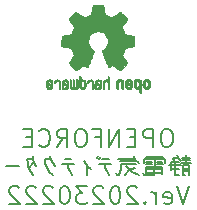
<source format=gbr>
G04 #@! TF.GenerationSoftware,KiCad,Pcbnew,7.0.0-da2b9df05c~163~ubuntu22.04.1*
G04 #@! TF.CreationDate,2023-02-22T18:49:52+09:00*
G04 #@! TF.ProjectId,staticdetector,73746174-6963-4646-9574-6563746f722e,rev?*
G04 #@! TF.SameCoordinates,Original*
G04 #@! TF.FileFunction,Legend,Bot*
G04 #@! TF.FilePolarity,Positive*
%FSLAX46Y46*%
G04 Gerber Fmt 4.6, Leading zero omitted, Abs format (unit mm)*
G04 Created by KiCad (PCBNEW 7.0.0-da2b9df05c~163~ubuntu22.04.1) date 2023-02-22 18:49:52*
%MOMM*%
%LPD*%
G01*
G04 APERTURE LIST*
%ADD10C,0.150000*%
%ADD11C,0.010000*%
G04 APERTURE END LIST*
D10*
X135964285Y-66813571D02*
X135678571Y-66813571D01*
X135678571Y-66813571D02*
X135535714Y-66885000D01*
X135535714Y-66885000D02*
X135392857Y-67027857D01*
X135392857Y-67027857D02*
X135321428Y-67313571D01*
X135321428Y-67313571D02*
X135321428Y-67813571D01*
X135321428Y-67813571D02*
X135392857Y-68099285D01*
X135392857Y-68099285D02*
X135535714Y-68242142D01*
X135535714Y-68242142D02*
X135678571Y-68313571D01*
X135678571Y-68313571D02*
X135964285Y-68313571D01*
X135964285Y-68313571D02*
X136107143Y-68242142D01*
X136107143Y-68242142D02*
X136250000Y-68099285D01*
X136250000Y-68099285D02*
X136321428Y-67813571D01*
X136321428Y-67813571D02*
X136321428Y-67313571D01*
X136321428Y-67313571D02*
X136250000Y-67027857D01*
X136250000Y-67027857D02*
X136107143Y-66885000D01*
X136107143Y-66885000D02*
X135964285Y-66813571D01*
X134678571Y-68313571D02*
X134678571Y-66813571D01*
X134678571Y-66813571D02*
X134107142Y-66813571D01*
X134107142Y-66813571D02*
X133964285Y-66885000D01*
X133964285Y-66885000D02*
X133892856Y-66956428D01*
X133892856Y-66956428D02*
X133821428Y-67099285D01*
X133821428Y-67099285D02*
X133821428Y-67313571D01*
X133821428Y-67313571D02*
X133892856Y-67456428D01*
X133892856Y-67456428D02*
X133964285Y-67527857D01*
X133964285Y-67527857D02*
X134107142Y-67599285D01*
X134107142Y-67599285D02*
X134678571Y-67599285D01*
X133178571Y-67527857D02*
X132678571Y-67527857D01*
X132464285Y-68313571D02*
X133178571Y-68313571D01*
X133178571Y-68313571D02*
X133178571Y-66813571D01*
X133178571Y-66813571D02*
X132464285Y-66813571D01*
X131821428Y-68313571D02*
X131821428Y-66813571D01*
X131821428Y-66813571D02*
X130964285Y-68313571D01*
X130964285Y-68313571D02*
X130964285Y-66813571D01*
X129749999Y-67527857D02*
X130249999Y-67527857D01*
X130249999Y-68313571D02*
X130249999Y-66813571D01*
X130249999Y-66813571D02*
X129535713Y-66813571D01*
X128678570Y-66813571D02*
X128392856Y-66813571D01*
X128392856Y-66813571D02*
X128249999Y-66885000D01*
X128249999Y-66885000D02*
X128107142Y-67027857D01*
X128107142Y-67027857D02*
X128035713Y-67313571D01*
X128035713Y-67313571D02*
X128035713Y-67813571D01*
X128035713Y-67813571D02*
X128107142Y-68099285D01*
X128107142Y-68099285D02*
X128249999Y-68242142D01*
X128249999Y-68242142D02*
X128392856Y-68313571D01*
X128392856Y-68313571D02*
X128678570Y-68313571D01*
X128678570Y-68313571D02*
X128821428Y-68242142D01*
X128821428Y-68242142D02*
X128964285Y-68099285D01*
X128964285Y-68099285D02*
X129035713Y-67813571D01*
X129035713Y-67813571D02*
X129035713Y-67313571D01*
X129035713Y-67313571D02*
X128964285Y-67027857D01*
X128964285Y-67027857D02*
X128821428Y-66885000D01*
X128821428Y-66885000D02*
X128678570Y-66813571D01*
X126535713Y-68313571D02*
X127035713Y-67599285D01*
X127392856Y-68313571D02*
X127392856Y-66813571D01*
X127392856Y-66813571D02*
X126821427Y-66813571D01*
X126821427Y-66813571D02*
X126678570Y-66885000D01*
X126678570Y-66885000D02*
X126607141Y-66956428D01*
X126607141Y-66956428D02*
X126535713Y-67099285D01*
X126535713Y-67099285D02*
X126535713Y-67313571D01*
X126535713Y-67313571D02*
X126607141Y-67456428D01*
X126607141Y-67456428D02*
X126678570Y-67527857D01*
X126678570Y-67527857D02*
X126821427Y-67599285D01*
X126821427Y-67599285D02*
X127392856Y-67599285D01*
X125035713Y-68170714D02*
X125107141Y-68242142D01*
X125107141Y-68242142D02*
X125321427Y-68313571D01*
X125321427Y-68313571D02*
X125464284Y-68313571D01*
X125464284Y-68313571D02*
X125678570Y-68242142D01*
X125678570Y-68242142D02*
X125821427Y-68099285D01*
X125821427Y-68099285D02*
X125892856Y-67956428D01*
X125892856Y-67956428D02*
X125964284Y-67670714D01*
X125964284Y-67670714D02*
X125964284Y-67456428D01*
X125964284Y-67456428D02*
X125892856Y-67170714D01*
X125892856Y-67170714D02*
X125821427Y-67027857D01*
X125821427Y-67027857D02*
X125678570Y-66885000D01*
X125678570Y-66885000D02*
X125464284Y-66813571D01*
X125464284Y-66813571D02*
X125321427Y-66813571D01*
X125321427Y-66813571D02*
X125107141Y-66885000D01*
X125107141Y-66885000D02*
X125035713Y-66956428D01*
X124392856Y-67527857D02*
X123892856Y-67527857D01*
X123678570Y-68313571D02*
X124392856Y-68313571D01*
X124392856Y-68313571D02*
X124392856Y-66813571D01*
X124392856Y-66813571D02*
X123678570Y-66813571D01*
X137821430Y-69243571D02*
X137107144Y-69243571D01*
X137821430Y-69457857D02*
X137107144Y-69457857D01*
X137892858Y-69672142D02*
X137035716Y-69672142D01*
X137035716Y-69886428D02*
X136035716Y-69886428D01*
X137750001Y-70172142D02*
X137178573Y-70172142D01*
X136892858Y-70243571D02*
X136178573Y-70243571D01*
X137750001Y-70386428D02*
X137178573Y-70386428D01*
X136892858Y-70743571D02*
X136607144Y-70743571D01*
X137392858Y-70743571D02*
X137178573Y-70743571D01*
X137750001Y-69886428D02*
X137750001Y-70743571D01*
X137464287Y-69029285D02*
X137464287Y-69672142D01*
X137750001Y-69886428D02*
X137178573Y-69886428D01*
X137178573Y-69886428D02*
X137178573Y-70743571D01*
X136535716Y-69600714D02*
X136535716Y-70743571D01*
X136892858Y-69600714D02*
X136178573Y-69600714D01*
X136178573Y-69600714D02*
X136178573Y-70315000D01*
X136750001Y-69243571D02*
X136321430Y-69243571D01*
X136321430Y-69243571D02*
X136464287Y-69529285D01*
X136750001Y-69243571D02*
X137035716Y-69529285D01*
X136678573Y-69029285D02*
X136821430Y-69386428D01*
X135535715Y-69172142D02*
X134035715Y-69172142D01*
X135464287Y-69600714D02*
X135035715Y-69600714D01*
X134607144Y-69600714D02*
X134107144Y-69600714D01*
X135535715Y-69815000D02*
X135035715Y-69815000D01*
X134607144Y-69815000D02*
X134035715Y-69815000D01*
X135464287Y-70243571D02*
X134035715Y-70243571D01*
X135464287Y-70529285D02*
X134035715Y-70529285D01*
X134750001Y-70743571D02*
X133892858Y-70743571D01*
X135678572Y-69386428D02*
X135678572Y-69672142D01*
X135464287Y-70029285D02*
X135464287Y-70600714D01*
X134821430Y-69172142D02*
X134821430Y-69886428D01*
X134750001Y-70029285D02*
X134750001Y-70743571D01*
X135464287Y-70029285D02*
X134035715Y-70029285D01*
X134035715Y-70029285D02*
X134035715Y-70529285D01*
X135678572Y-69386428D02*
X133892858Y-69386428D01*
X133892858Y-69386428D02*
X133892858Y-69672142D01*
X133821430Y-70529285D02*
X133892858Y-70743571D01*
X133107144Y-69315000D02*
X131678572Y-69315000D01*
X133035715Y-69529285D02*
X131892858Y-69529285D01*
X131821429Y-70743571D02*
X131678572Y-70743571D01*
X132392858Y-69957857D02*
X132892858Y-70457857D01*
X132892858Y-70457857D02*
X133464286Y-70743571D01*
X133035715Y-69100714D02*
X133178572Y-69457857D01*
X133178572Y-69457857D02*
X133464286Y-69672142D01*
X133107144Y-70100714D02*
X132607144Y-70315000D01*
X132607144Y-70315000D02*
X132321429Y-70672142D01*
X133250001Y-69815000D02*
X131964286Y-69815000D01*
X131964286Y-69815000D02*
X131964286Y-70243571D01*
X131964286Y-70243571D02*
X131821429Y-70743571D01*
X131821429Y-70743571D02*
X131607144Y-70743571D01*
X131607144Y-70743571D02*
X131535715Y-70529285D01*
X130250000Y-69172142D02*
X130107143Y-69315000D01*
X130035715Y-69100714D02*
X129892858Y-69243571D01*
X130892858Y-69315000D02*
X130321429Y-69315000D01*
X131107143Y-69743571D02*
X130107143Y-69743571D01*
X130607143Y-69743571D02*
X130607143Y-70100714D01*
X130607143Y-70100714D02*
X130750000Y-70386428D01*
X130750000Y-70386428D02*
X130964286Y-70672142D01*
X129035714Y-69957857D02*
X129035714Y-70672142D01*
X128821429Y-69529285D02*
X128964286Y-69815000D01*
X128964286Y-69815000D02*
X129178571Y-70029285D01*
X129178571Y-70029285D02*
X129392857Y-70172142D01*
X127750000Y-69315000D02*
X127178571Y-69315000D01*
X127964285Y-69743571D02*
X126964285Y-69743571D01*
X127464285Y-69743571D02*
X127464285Y-70100714D01*
X127464285Y-70100714D02*
X127607142Y-70386428D01*
X127607142Y-70386428D02*
X127821428Y-70672142D01*
X125964285Y-69100714D02*
X126035713Y-69457857D01*
X126035713Y-69457857D02*
X126178571Y-69672142D01*
X126178571Y-69672142D02*
X126321428Y-69957857D01*
X125964285Y-69386428D02*
X125535713Y-69386428D01*
X125535713Y-69386428D02*
X125535713Y-69672142D01*
X125535713Y-69672142D02*
X125607142Y-69957857D01*
X125607142Y-69957857D02*
X125749999Y-70243571D01*
X125749999Y-70243571D02*
X125892856Y-70457857D01*
X125892856Y-70457857D02*
X126178571Y-70672142D01*
X124535713Y-69672142D02*
X124178570Y-70100714D01*
X124464284Y-69100714D02*
X124535713Y-69386428D01*
X124535713Y-69386428D02*
X124607142Y-69672142D01*
X124607142Y-69672142D02*
X124749999Y-69957857D01*
X124464284Y-69386428D02*
X123964284Y-69386428D01*
X123964284Y-69386428D02*
X124035713Y-69672142D01*
X124035713Y-69672142D02*
X124107142Y-69957857D01*
X124107142Y-69957857D02*
X124178570Y-70243571D01*
X124178570Y-70243571D02*
X124321427Y-70457857D01*
X124321427Y-70457857D02*
X124535713Y-70672142D01*
X123321427Y-69957857D02*
X122178570Y-69957857D01*
X137678568Y-71673571D02*
X137178568Y-73173571D01*
X137178568Y-73173571D02*
X136678568Y-71673571D01*
X135607140Y-73102142D02*
X135749997Y-73173571D01*
X135749997Y-73173571D02*
X136035712Y-73173571D01*
X136035712Y-73173571D02*
X136178569Y-73102142D01*
X136178569Y-73102142D02*
X136249997Y-72959285D01*
X136249997Y-72959285D02*
X136249997Y-72387857D01*
X136249997Y-72387857D02*
X136178569Y-72245000D01*
X136178569Y-72245000D02*
X136035712Y-72173571D01*
X136035712Y-72173571D02*
X135749997Y-72173571D01*
X135749997Y-72173571D02*
X135607140Y-72245000D01*
X135607140Y-72245000D02*
X135535712Y-72387857D01*
X135535712Y-72387857D02*
X135535712Y-72530714D01*
X135535712Y-72530714D02*
X136249997Y-72673571D01*
X134892855Y-73173571D02*
X134892855Y-72173571D01*
X134892855Y-72459285D02*
X134821426Y-72316428D01*
X134821426Y-72316428D02*
X134749998Y-72245000D01*
X134749998Y-72245000D02*
X134607140Y-72173571D01*
X134607140Y-72173571D02*
X134464283Y-72173571D01*
X133964284Y-73030714D02*
X133892855Y-73102142D01*
X133892855Y-73102142D02*
X133964284Y-73173571D01*
X133964284Y-73173571D02*
X134035712Y-73102142D01*
X134035712Y-73102142D02*
X133964284Y-73030714D01*
X133964284Y-73030714D02*
X133964284Y-73173571D01*
X133321426Y-71816428D02*
X133249998Y-71745000D01*
X133249998Y-71745000D02*
X133107141Y-71673571D01*
X133107141Y-71673571D02*
X132749998Y-71673571D01*
X132749998Y-71673571D02*
X132607141Y-71745000D01*
X132607141Y-71745000D02*
X132535712Y-71816428D01*
X132535712Y-71816428D02*
X132464283Y-71959285D01*
X132464283Y-71959285D02*
X132464283Y-72102142D01*
X132464283Y-72102142D02*
X132535712Y-72316428D01*
X132535712Y-72316428D02*
X133392855Y-73173571D01*
X133392855Y-73173571D02*
X132464283Y-73173571D01*
X131535712Y-71673571D02*
X131392855Y-71673571D01*
X131392855Y-71673571D02*
X131249998Y-71745000D01*
X131249998Y-71745000D02*
X131178570Y-71816428D01*
X131178570Y-71816428D02*
X131107141Y-71959285D01*
X131107141Y-71959285D02*
X131035712Y-72245000D01*
X131035712Y-72245000D02*
X131035712Y-72602142D01*
X131035712Y-72602142D02*
X131107141Y-72887857D01*
X131107141Y-72887857D02*
X131178570Y-73030714D01*
X131178570Y-73030714D02*
X131249998Y-73102142D01*
X131249998Y-73102142D02*
X131392855Y-73173571D01*
X131392855Y-73173571D02*
X131535712Y-73173571D01*
X131535712Y-73173571D02*
X131678570Y-73102142D01*
X131678570Y-73102142D02*
X131749998Y-73030714D01*
X131749998Y-73030714D02*
X131821427Y-72887857D01*
X131821427Y-72887857D02*
X131892855Y-72602142D01*
X131892855Y-72602142D02*
X131892855Y-72245000D01*
X131892855Y-72245000D02*
X131821427Y-71959285D01*
X131821427Y-71959285D02*
X131749998Y-71816428D01*
X131749998Y-71816428D02*
X131678570Y-71745000D01*
X131678570Y-71745000D02*
X131535712Y-71673571D01*
X130464284Y-71816428D02*
X130392856Y-71745000D01*
X130392856Y-71745000D02*
X130249999Y-71673571D01*
X130249999Y-71673571D02*
X129892856Y-71673571D01*
X129892856Y-71673571D02*
X129749999Y-71745000D01*
X129749999Y-71745000D02*
X129678570Y-71816428D01*
X129678570Y-71816428D02*
X129607141Y-71959285D01*
X129607141Y-71959285D02*
X129607141Y-72102142D01*
X129607141Y-72102142D02*
X129678570Y-72316428D01*
X129678570Y-72316428D02*
X130535713Y-73173571D01*
X130535713Y-73173571D02*
X129607141Y-73173571D01*
X129107142Y-71673571D02*
X128178570Y-71673571D01*
X128178570Y-71673571D02*
X128678570Y-72245000D01*
X128678570Y-72245000D02*
X128464285Y-72245000D01*
X128464285Y-72245000D02*
X128321428Y-72316428D01*
X128321428Y-72316428D02*
X128249999Y-72387857D01*
X128249999Y-72387857D02*
X128178570Y-72530714D01*
X128178570Y-72530714D02*
X128178570Y-72887857D01*
X128178570Y-72887857D02*
X128249999Y-73030714D01*
X128249999Y-73030714D02*
X128321428Y-73102142D01*
X128321428Y-73102142D02*
X128464285Y-73173571D01*
X128464285Y-73173571D02*
X128892856Y-73173571D01*
X128892856Y-73173571D02*
X129035713Y-73102142D01*
X129035713Y-73102142D02*
X129107142Y-73030714D01*
X127249999Y-71673571D02*
X127107142Y-71673571D01*
X127107142Y-71673571D02*
X126964285Y-71745000D01*
X126964285Y-71745000D02*
X126892857Y-71816428D01*
X126892857Y-71816428D02*
X126821428Y-71959285D01*
X126821428Y-71959285D02*
X126749999Y-72245000D01*
X126749999Y-72245000D02*
X126749999Y-72602142D01*
X126749999Y-72602142D02*
X126821428Y-72887857D01*
X126821428Y-72887857D02*
X126892857Y-73030714D01*
X126892857Y-73030714D02*
X126964285Y-73102142D01*
X126964285Y-73102142D02*
X127107142Y-73173571D01*
X127107142Y-73173571D02*
X127249999Y-73173571D01*
X127249999Y-73173571D02*
X127392857Y-73102142D01*
X127392857Y-73102142D02*
X127464285Y-73030714D01*
X127464285Y-73030714D02*
X127535714Y-72887857D01*
X127535714Y-72887857D02*
X127607142Y-72602142D01*
X127607142Y-72602142D02*
X127607142Y-72245000D01*
X127607142Y-72245000D02*
X127535714Y-71959285D01*
X127535714Y-71959285D02*
X127464285Y-71816428D01*
X127464285Y-71816428D02*
X127392857Y-71745000D01*
X127392857Y-71745000D02*
X127249999Y-71673571D01*
X126178571Y-71816428D02*
X126107143Y-71745000D01*
X126107143Y-71745000D02*
X125964286Y-71673571D01*
X125964286Y-71673571D02*
X125607143Y-71673571D01*
X125607143Y-71673571D02*
X125464286Y-71745000D01*
X125464286Y-71745000D02*
X125392857Y-71816428D01*
X125392857Y-71816428D02*
X125321428Y-71959285D01*
X125321428Y-71959285D02*
X125321428Y-72102142D01*
X125321428Y-72102142D02*
X125392857Y-72316428D01*
X125392857Y-72316428D02*
X126250000Y-73173571D01*
X126250000Y-73173571D02*
X125321428Y-73173571D01*
X124750000Y-71816428D02*
X124678572Y-71745000D01*
X124678572Y-71745000D02*
X124535715Y-71673571D01*
X124535715Y-71673571D02*
X124178572Y-71673571D01*
X124178572Y-71673571D02*
X124035715Y-71745000D01*
X124035715Y-71745000D02*
X123964286Y-71816428D01*
X123964286Y-71816428D02*
X123892857Y-71959285D01*
X123892857Y-71959285D02*
X123892857Y-72102142D01*
X123892857Y-72102142D02*
X123964286Y-72316428D01*
X123964286Y-72316428D02*
X124821429Y-73173571D01*
X124821429Y-73173571D02*
X123892857Y-73173571D01*
X123321429Y-71816428D02*
X123250001Y-71745000D01*
X123250001Y-71745000D02*
X123107144Y-71673571D01*
X123107144Y-71673571D02*
X122750001Y-71673571D01*
X122750001Y-71673571D02*
X122607144Y-71745000D01*
X122607144Y-71745000D02*
X122535715Y-71816428D01*
X122535715Y-71816428D02*
X122464286Y-71959285D01*
X122464286Y-71959285D02*
X122464286Y-72102142D01*
X122464286Y-72102142D02*
X122535715Y-72316428D01*
X122535715Y-72316428D02*
X123392858Y-73173571D01*
X123392858Y-73173571D02*
X122464286Y-73173571D01*
G36*
X131926372Y-62581684D02*
G01*
X132017629Y-62624569D01*
X132092416Y-62698729D01*
X132107917Y-62721944D01*
X132120774Y-62748256D01*
X132129893Y-62781420D01*
X132136102Y-62827881D01*
X132140233Y-62894082D01*
X132143116Y-62986468D01*
X132145579Y-63111485D01*
X132151697Y-63458278D01*
X132100303Y-63438738D01*
X132053246Y-63420787D01*
X132018015Y-63403511D01*
X131995017Y-63381242D01*
X131981655Y-63347165D01*
X131975328Y-63294463D01*
X131973437Y-63216323D01*
X131973385Y-63105928D01*
X131973117Y-63017935D01*
X131971521Y-62933502D01*
X131967712Y-62875834D01*
X131960820Y-62837988D01*
X131949975Y-62813024D01*
X131934308Y-62794000D01*
X131895792Y-62767153D01*
X131831091Y-62757034D01*
X131767081Y-62782606D01*
X131762856Y-62785880D01*
X131749689Y-62801007D01*
X131739975Y-62825268D01*
X131732903Y-62864650D01*
X131727656Y-62925141D01*
X131723421Y-63012729D01*
X131719385Y-63133402D01*
X131709615Y-63456515D01*
X131543539Y-63382065D01*
X131543539Y-63087062D01*
X131543883Y-63006919D01*
X131546847Y-62895431D01*
X131554351Y-62812421D01*
X131568190Y-62751199D01*
X131590155Y-62705075D01*
X131622039Y-62667358D01*
X131665633Y-62631358D01*
X131728336Y-62595089D01*
X131827117Y-62571412D01*
X131926372Y-62581684D01*
G37*
D11*
X131926372Y-62581684D02*
X132017629Y-62624569D01*
X132092416Y-62698729D01*
X132107917Y-62721944D01*
X132120774Y-62748256D01*
X132129893Y-62781420D01*
X132136102Y-62827881D01*
X132140233Y-62894082D01*
X132143116Y-62986468D01*
X132145579Y-63111485D01*
X132151697Y-63458278D01*
X132100303Y-63438738D01*
X132053246Y-63420787D01*
X132018015Y-63403511D01*
X131995017Y-63381242D01*
X131981655Y-63347165D01*
X131975328Y-63294463D01*
X131973437Y-63216323D01*
X131973385Y-63105928D01*
X131973117Y-63017935D01*
X131971521Y-62933502D01*
X131967712Y-62875834D01*
X131960820Y-62837988D01*
X131949975Y-62813024D01*
X131934308Y-62794000D01*
X131895792Y-62767153D01*
X131831091Y-62757034D01*
X131767081Y-62782606D01*
X131762856Y-62785880D01*
X131749689Y-62801007D01*
X131739975Y-62825268D01*
X131732903Y-62864650D01*
X131727656Y-62925141D01*
X131723421Y-63012729D01*
X131719385Y-63133402D01*
X131709615Y-63456515D01*
X131543539Y-63382065D01*
X131543539Y-63087062D01*
X131543883Y-63006919D01*
X131546847Y-62895431D01*
X131554351Y-62812421D01*
X131568190Y-62751199D01*
X131590155Y-62705075D01*
X131622039Y-62667358D01*
X131665633Y-62631358D01*
X131728336Y-62595089D01*
X131827117Y-62571412D01*
X131926372Y-62581684D01*
G36*
X128964191Y-63022986D02*
G01*
X128964401Y-63028462D01*
X128962839Y-63104652D01*
X128951810Y-63208507D01*
X128927814Y-63286333D01*
X128888043Y-63345760D01*
X128829688Y-63394418D01*
X128774100Y-63422546D01*
X128680751Y-63438199D01*
X128587530Y-63421084D01*
X128503272Y-63373388D01*
X128436818Y-63297294D01*
X128428793Y-63283262D01*
X128418196Y-63258679D01*
X128410335Y-63227309D01*
X128404807Y-63183769D01*
X128401206Y-63122678D01*
X128399128Y-63038655D01*
X128399064Y-63031200D01*
X128534615Y-63031200D01*
X128535077Y-63102316D01*
X128537999Y-63166641D01*
X128545221Y-63208166D01*
X128558561Y-63236067D01*
X128579836Y-63259517D01*
X128584821Y-63264025D01*
X128648863Y-63297295D01*
X128716625Y-63293890D01*
X128779734Y-63254042D01*
X128798526Y-63233398D01*
X128814254Y-63206029D01*
X128823039Y-63168192D01*
X128826859Y-63110355D01*
X128827692Y-63022986D01*
X128827281Y-62956319D01*
X128824434Y-62891245D01*
X128817256Y-62849251D01*
X128803889Y-62821063D01*
X128782472Y-62797406D01*
X128769890Y-62786753D01*
X128704699Y-62758057D01*
X128636400Y-62762575D01*
X128577098Y-62800144D01*
X128564333Y-62815040D01*
X128548764Y-62843089D01*
X128539762Y-62882258D01*
X128535617Y-62941858D01*
X128534615Y-63031200D01*
X128399064Y-63031200D01*
X128398167Y-62926320D01*
X128397919Y-62780289D01*
X128397846Y-62326963D01*
X128461346Y-62353564D01*
X128478136Y-62360845D01*
X128504859Y-62377287D01*
X128520156Y-62402187D01*
X128528563Y-62445732D01*
X128534615Y-62518106D01*
X128540144Y-62583089D01*
X128547450Y-62625750D01*
X128557918Y-62641670D01*
X128573692Y-62637400D01*
X128613890Y-62622397D01*
X128685728Y-62618678D01*
X128763010Y-62632572D01*
X128829688Y-62662505D01*
X128866371Y-62690211D01*
X128913472Y-62744269D01*
X128943638Y-62813577D01*
X128959678Y-62905765D01*
X128964191Y-63022986D01*
G37*
X128964191Y-63022986D02*
X128964401Y-63028462D01*
X128962839Y-63104652D01*
X128951810Y-63208507D01*
X128927814Y-63286333D01*
X128888043Y-63345760D01*
X128829688Y-63394418D01*
X128774100Y-63422546D01*
X128680751Y-63438199D01*
X128587530Y-63421084D01*
X128503272Y-63373388D01*
X128436818Y-63297294D01*
X128428793Y-63283262D01*
X128418196Y-63258679D01*
X128410335Y-63227309D01*
X128404807Y-63183769D01*
X128401206Y-63122678D01*
X128399128Y-63038655D01*
X128399064Y-63031200D01*
X128534615Y-63031200D01*
X128535077Y-63102316D01*
X128537999Y-63166641D01*
X128545221Y-63208166D01*
X128558561Y-63236067D01*
X128579836Y-63259517D01*
X128584821Y-63264025D01*
X128648863Y-63297295D01*
X128716625Y-63293890D01*
X128779734Y-63254042D01*
X128798526Y-63233398D01*
X128814254Y-63206029D01*
X128823039Y-63168192D01*
X128826859Y-63110355D01*
X128827692Y-63022986D01*
X128827281Y-62956319D01*
X128824434Y-62891245D01*
X128817256Y-62849251D01*
X128803889Y-62821063D01*
X128782472Y-62797406D01*
X128769890Y-62786753D01*
X128704699Y-62758057D01*
X128636400Y-62762575D01*
X128577098Y-62800144D01*
X128564333Y-62815040D01*
X128548764Y-62843089D01*
X128539762Y-62882258D01*
X128535617Y-62941858D01*
X128534615Y-63031200D01*
X128399064Y-63031200D01*
X128398167Y-62926320D01*
X128397919Y-62780289D01*
X128397846Y-62326963D01*
X128461346Y-62353564D01*
X128478136Y-62360845D01*
X128504859Y-62377287D01*
X128520156Y-62402187D01*
X128528563Y-62445732D01*
X128534615Y-62518106D01*
X128540144Y-62583089D01*
X128547450Y-62625750D01*
X128557918Y-62641670D01*
X128573692Y-62637400D01*
X128613890Y-62622397D01*
X128685728Y-62618678D01*
X128763010Y-62632572D01*
X128829688Y-62662505D01*
X128866371Y-62690211D01*
X128913472Y-62744269D01*
X128943638Y-62813577D01*
X128959678Y-62905765D01*
X128964191Y-63022986D01*
G36*
X130976923Y-62381806D02*
G01*
X130976923Y-62916455D01*
X130976660Y-63055094D01*
X130975958Y-63179805D01*
X130974883Y-63285557D01*
X130973500Y-63367322D01*
X130971874Y-63420069D01*
X130970070Y-63438769D01*
X130969364Y-63438706D01*
X130945387Y-63431912D01*
X130901685Y-63417320D01*
X130840154Y-63395870D01*
X130840154Y-63120617D01*
X130839763Y-63012466D01*
X130837946Y-62934026D01*
X130833767Y-62880647D01*
X130826286Y-62845256D01*
X130814567Y-62820779D01*
X130797671Y-62800144D01*
X130786152Y-62789170D01*
X130723864Y-62758775D01*
X130655211Y-62761466D01*
X130592298Y-62797406D01*
X130583139Y-62806325D01*
X130568471Y-62824844D01*
X130558433Y-62849326D01*
X130552151Y-62886393D01*
X130548748Y-62942667D01*
X130547349Y-63024771D01*
X130547077Y-63139329D01*
X130546947Y-63197430D01*
X130546099Y-63292993D01*
X130544594Y-63369526D01*
X130542585Y-63420345D01*
X130540223Y-63438769D01*
X130539518Y-63438706D01*
X130515541Y-63431912D01*
X130471839Y-63417320D01*
X130410308Y-63395870D01*
X130410338Y-63119358D01*
X130410384Y-63094742D01*
X130412970Y-62966419D01*
X130420913Y-62869384D01*
X130436155Y-62797057D01*
X130460636Y-62742855D01*
X130496298Y-62700198D01*
X130545082Y-62662505D01*
X130592661Y-62638910D01*
X130668732Y-62620672D01*
X130743556Y-62619636D01*
X130801077Y-62637378D01*
X130805402Y-62639829D01*
X130818738Y-62639566D01*
X130827851Y-62619039D01*
X130834428Y-62571980D01*
X130840154Y-62492120D01*
X130849923Y-62328236D01*
X130976923Y-62381806D01*
G37*
X130976923Y-62381806D02*
X130976923Y-62916455D01*
X130976660Y-63055094D01*
X130975958Y-63179805D01*
X130974883Y-63285557D01*
X130973500Y-63367322D01*
X130971874Y-63420069D01*
X130970070Y-63438769D01*
X130969364Y-63438706D01*
X130945387Y-63431912D01*
X130901685Y-63417320D01*
X130840154Y-63395870D01*
X130840154Y-63120617D01*
X130839763Y-63012466D01*
X130837946Y-62934026D01*
X130833767Y-62880647D01*
X130826286Y-62845256D01*
X130814567Y-62820779D01*
X130797671Y-62800144D01*
X130786152Y-62789170D01*
X130723864Y-62758775D01*
X130655211Y-62761466D01*
X130592298Y-62797406D01*
X130583139Y-62806325D01*
X130568471Y-62824844D01*
X130558433Y-62849326D01*
X130552151Y-62886393D01*
X130548748Y-62942667D01*
X130547349Y-63024771D01*
X130547077Y-63139329D01*
X130546947Y-63197430D01*
X130546099Y-63292993D01*
X130544594Y-63369526D01*
X130542585Y-63420345D01*
X130540223Y-63438769D01*
X130539518Y-63438706D01*
X130515541Y-63431912D01*
X130471839Y-63417320D01*
X130410308Y-63395870D01*
X130410338Y-63119358D01*
X130410384Y-63094742D01*
X130412970Y-62966419D01*
X130420913Y-62869384D01*
X130436155Y-62797057D01*
X130460636Y-62742855D01*
X130496298Y-62700198D01*
X130545082Y-62662505D01*
X130592661Y-62638910D01*
X130668732Y-62620672D01*
X130743556Y-62619636D01*
X130801077Y-62637378D01*
X130805402Y-62639829D01*
X130818738Y-62639566D01*
X130827851Y-62619039D01*
X130834428Y-62571980D01*
X130840154Y-62492120D01*
X130849923Y-62328236D01*
X130976923Y-62381806D01*
G36*
X130120458Y-62639228D02*
G01*
X130187622Y-62678389D01*
X130217169Y-62708902D01*
X130273948Y-62800110D01*
X130293077Y-62899548D01*
X130293077Y-62967960D01*
X130230191Y-62941518D01*
X130186700Y-62914837D01*
X130152426Y-62859446D01*
X130148907Y-62848024D01*
X130111028Y-62789838D01*
X130053936Y-62758407D01*
X129988383Y-62757058D01*
X129925117Y-62789116D01*
X129915672Y-62797383D01*
X129884087Y-62833311D01*
X129878871Y-62864635D01*
X129902765Y-62895391D01*
X129958510Y-62929617D01*
X130048846Y-62971350D01*
X130054956Y-62973993D01*
X130155241Y-63020755D01*
X130223735Y-63062181D01*
X130265899Y-63103542D01*
X130287193Y-63150111D01*
X130293077Y-63207160D01*
X130285366Y-63270408D01*
X130246430Y-63351364D01*
X130177932Y-63409522D01*
X130128388Y-63426983D01*
X130058469Y-63436537D01*
X129990575Y-63434496D01*
X129942093Y-63420082D01*
X129936943Y-63416493D01*
X129923267Y-63391416D01*
X129932757Y-63347218D01*
X129949246Y-63312527D01*
X129975687Y-63298084D01*
X130025834Y-63298803D01*
X130095453Y-63294660D01*
X130140943Y-63266054D01*
X130156308Y-63213104D01*
X130156294Y-63211582D01*
X130146983Y-63180845D01*
X130115311Y-63152643D01*
X130053731Y-63120136D01*
X129969986Y-63080998D01*
X129914518Y-63059706D01*
X129882497Y-63061079D01*
X129867534Y-63089203D01*
X129863242Y-63148170D01*
X129863231Y-63242068D01*
X129862752Y-63300031D01*
X129860556Y-63371612D01*
X129856986Y-63420606D01*
X129852491Y-63438769D01*
X129851290Y-63438646D01*
X129825319Y-63428802D01*
X129782305Y-63408028D01*
X129722859Y-63377287D01*
X129729923Y-63100298D01*
X129730414Y-63081928D01*
X129736025Y-62952992D01*
X129745938Y-62855814D01*
X129762175Y-62783925D01*
X129786759Y-62730852D01*
X129821715Y-62690127D01*
X129869064Y-62655279D01*
X129869940Y-62654733D01*
X129946499Y-62626303D01*
X130035044Y-62621500D01*
X130120458Y-62639228D01*
G37*
X130120458Y-62639228D02*
X130187622Y-62678389D01*
X130217169Y-62708902D01*
X130273948Y-62800110D01*
X130293077Y-62899548D01*
X130293077Y-62967960D01*
X130230191Y-62941518D01*
X130186700Y-62914837D01*
X130152426Y-62859446D01*
X130148907Y-62848024D01*
X130111028Y-62789838D01*
X130053936Y-62758407D01*
X129988383Y-62757058D01*
X129925117Y-62789116D01*
X129915672Y-62797383D01*
X129884087Y-62833311D01*
X129878871Y-62864635D01*
X129902765Y-62895391D01*
X129958510Y-62929617D01*
X130048846Y-62971350D01*
X130054956Y-62973993D01*
X130155241Y-63020755D01*
X130223735Y-63062181D01*
X130265899Y-63103542D01*
X130287193Y-63150111D01*
X130293077Y-63207160D01*
X130285366Y-63270408D01*
X130246430Y-63351364D01*
X130177932Y-63409522D01*
X130128388Y-63426983D01*
X130058469Y-63436537D01*
X129990575Y-63434496D01*
X129942093Y-63420082D01*
X129936943Y-63416493D01*
X129923267Y-63391416D01*
X129932757Y-63347218D01*
X129949246Y-63312527D01*
X129975687Y-63298084D01*
X130025834Y-63298803D01*
X130095453Y-63294660D01*
X130140943Y-63266054D01*
X130156308Y-63213104D01*
X130156294Y-63211582D01*
X130146983Y-63180845D01*
X130115311Y-63152643D01*
X130053731Y-63120136D01*
X129969986Y-63080998D01*
X129914518Y-63059706D01*
X129882497Y-63061079D01*
X129867534Y-63089203D01*
X129863242Y-63148170D01*
X129863231Y-63242068D01*
X129862752Y-63300031D01*
X129860556Y-63371612D01*
X129856986Y-63420606D01*
X129852491Y-63438769D01*
X129851290Y-63438646D01*
X129825319Y-63428802D01*
X129782305Y-63408028D01*
X129722859Y-63377287D01*
X129729923Y-63100298D01*
X129730414Y-63081928D01*
X129736025Y-62952992D01*
X129745938Y-62855814D01*
X129762175Y-62783925D01*
X129786759Y-62730852D01*
X129821715Y-62690127D01*
X129869064Y-62655279D01*
X129869940Y-62654733D01*
X129946499Y-62626303D01*
X130035044Y-62621500D01*
X130120458Y-62639228D01*
G36*
X133646096Y-63000042D02*
G01*
X133647828Y-63098205D01*
X133649763Y-63248269D01*
X133650300Y-63291802D01*
X133652019Y-63437344D01*
X133652365Y-63548711D01*
X133650277Y-63629804D01*
X133644698Y-63684522D01*
X133634567Y-63716761D01*
X133618826Y-63730422D01*
X133596417Y-63729403D01*
X133566280Y-63717603D01*
X133527355Y-63698920D01*
X133519038Y-63694933D01*
X133484402Y-63675419D01*
X133466314Y-63652202D01*
X133459392Y-63613492D01*
X133458256Y-63547497D01*
X133458205Y-63429000D01*
X133336141Y-63429000D01*
X133261055Y-63425712D01*
X133202015Y-63412377D01*
X133152986Y-63385423D01*
X133149330Y-63382788D01*
X133099581Y-63338286D01*
X133064959Y-63284523D01*
X133043123Y-63214154D01*
X133031737Y-63119830D01*
X133028959Y-63013271D01*
X133223846Y-63013271D01*
X133223880Y-63031131D01*
X133225735Y-63111748D01*
X133231693Y-63164447D01*
X133243506Y-63198668D01*
X133262923Y-63223846D01*
X133264133Y-63225049D01*
X133311858Y-63257628D01*
X133358110Y-63254417D01*
X133410350Y-63214965D01*
X133423128Y-63201482D01*
X133441949Y-63173837D01*
X133452562Y-63137880D01*
X133457252Y-63083364D01*
X133458308Y-63000042D01*
X133457394Y-62949598D01*
X133447477Y-62857857D01*
X133424842Y-62797752D01*
X133387238Y-62764900D01*
X133332416Y-62754923D01*
X133309317Y-62757050D01*
X133269350Y-62778147D01*
X133242926Y-62825161D01*
X133228330Y-62902175D01*
X133223846Y-63013271D01*
X133028959Y-63013271D01*
X133028462Y-62994206D01*
X133029187Y-62902536D01*
X133032490Y-62833098D01*
X133039828Y-62784945D01*
X133052655Y-62748866D01*
X133072423Y-62715648D01*
X133090569Y-62690261D01*
X133156461Y-62621727D01*
X133231114Y-62584505D01*
X133324904Y-62572722D01*
X133432240Y-62584467D01*
X133525031Y-62626595D01*
X133598421Y-62700898D01*
X133603954Y-62708764D01*
X133616857Y-62729668D01*
X133626742Y-62753555D01*
X133634093Y-62785582D01*
X133639394Y-62830905D01*
X133643127Y-62894679D01*
X133645778Y-62982060D01*
X133646096Y-63000042D01*
G37*
X133646096Y-63000042D02*
X133647828Y-63098205D01*
X133649763Y-63248269D01*
X133650300Y-63291802D01*
X133652019Y-63437344D01*
X133652365Y-63548711D01*
X133650277Y-63629804D01*
X133644698Y-63684522D01*
X133634567Y-63716761D01*
X133618826Y-63730422D01*
X133596417Y-63729403D01*
X133566280Y-63717603D01*
X133527355Y-63698920D01*
X133519038Y-63694933D01*
X133484402Y-63675419D01*
X133466314Y-63652202D01*
X133459392Y-63613492D01*
X133458256Y-63547497D01*
X133458205Y-63429000D01*
X133336141Y-63429000D01*
X133261055Y-63425712D01*
X133202015Y-63412377D01*
X133152986Y-63385423D01*
X133149330Y-63382788D01*
X133099581Y-63338286D01*
X133064959Y-63284523D01*
X133043123Y-63214154D01*
X133031737Y-63119830D01*
X133028959Y-63013271D01*
X133223846Y-63013271D01*
X133223880Y-63031131D01*
X133225735Y-63111748D01*
X133231693Y-63164447D01*
X133243506Y-63198668D01*
X133262923Y-63223846D01*
X133264133Y-63225049D01*
X133311858Y-63257628D01*
X133358110Y-63254417D01*
X133410350Y-63214965D01*
X133423128Y-63201482D01*
X133441949Y-63173837D01*
X133452562Y-63137880D01*
X133457252Y-63083364D01*
X133458308Y-63000042D01*
X133457394Y-62949598D01*
X133447477Y-62857857D01*
X133424842Y-62797752D01*
X133387238Y-62764900D01*
X133332416Y-62754923D01*
X133309317Y-62757050D01*
X133269350Y-62778147D01*
X133242926Y-62825161D01*
X133228330Y-62902175D01*
X133223846Y-63013271D01*
X133028959Y-63013271D01*
X133028462Y-62994206D01*
X133029187Y-62902536D01*
X133032490Y-62833098D01*
X133039828Y-62784945D01*
X133052655Y-62748866D01*
X133072423Y-62715648D01*
X133090569Y-62690261D01*
X133156461Y-62621727D01*
X133231114Y-62584505D01*
X133324904Y-62572722D01*
X133432240Y-62584467D01*
X133525031Y-62626595D01*
X133598421Y-62700898D01*
X133603954Y-62708764D01*
X133616857Y-62729668D01*
X133626742Y-62753555D01*
X133634093Y-62785582D01*
X133639394Y-62830905D01*
X133643127Y-62894679D01*
X133645778Y-62982060D01*
X133646096Y-63000042D01*
G36*
X134396106Y-63002182D02*
G01*
X134396154Y-63008923D01*
X134396135Y-63030105D01*
X134395076Y-63124584D01*
X134391436Y-63190414D01*
X134383892Y-63236394D01*
X134371122Y-63271321D01*
X134351803Y-63303995D01*
X134347050Y-63310775D01*
X134296759Y-63364231D01*
X134239457Y-63404547D01*
X134210032Y-63417629D01*
X134104299Y-63439450D01*
X133999734Y-63425336D01*
X133903368Y-63377105D01*
X133822235Y-63296579D01*
X133815385Y-63285791D01*
X133793097Y-63223153D01*
X133778079Y-63135935D01*
X133770792Y-63035210D01*
X133771611Y-62942037D01*
X133968796Y-62942037D01*
X133970349Y-63071114D01*
X133970974Y-63079420D01*
X133980077Y-63150643D01*
X133996288Y-63195809D01*
X134023660Y-63226752D01*
X134069553Y-63255737D01*
X134114942Y-63257261D01*
X134161692Y-63223846D01*
X134169824Y-63215053D01*
X134185754Y-63188741D01*
X134195159Y-63150520D01*
X134199632Y-63091349D01*
X134200769Y-63002182D01*
X134198822Y-62918664D01*
X134189105Y-62839095D01*
X134169047Y-62788808D01*
X134136240Y-62762513D01*
X134088280Y-62754923D01*
X134070016Y-62756432D01*
X134018848Y-62784107D01*
X133985035Y-62846172D01*
X133968796Y-62942037D01*
X133771611Y-62942037D01*
X133771699Y-62932052D01*
X133781262Y-62837533D01*
X133799943Y-62762727D01*
X133823951Y-62712905D01*
X133891536Y-62635409D01*
X133983114Y-62587256D01*
X134095213Y-62570703D01*
X134125151Y-62571599D01*
X134213315Y-62589929D01*
X134285733Y-62636104D01*
X134352192Y-62715648D01*
X134356147Y-62721548D01*
X134374040Y-62753288D01*
X134385678Y-62789163D01*
X134392371Y-62837906D01*
X134395426Y-62908249D01*
X134396106Y-63002182D01*
G37*
X134396106Y-63002182D02*
X134396154Y-63008923D01*
X134396135Y-63030105D01*
X134395076Y-63124584D01*
X134391436Y-63190414D01*
X134383892Y-63236394D01*
X134371122Y-63271321D01*
X134351803Y-63303995D01*
X134347050Y-63310775D01*
X134296759Y-63364231D01*
X134239457Y-63404547D01*
X134210032Y-63417629D01*
X134104299Y-63439450D01*
X133999734Y-63425336D01*
X133903368Y-63377105D01*
X133822235Y-63296579D01*
X133815385Y-63285791D01*
X133793097Y-63223153D01*
X133778079Y-63135935D01*
X133770792Y-63035210D01*
X133771611Y-62942037D01*
X133968796Y-62942037D01*
X133970349Y-63071114D01*
X133970974Y-63079420D01*
X133980077Y-63150643D01*
X133996288Y-63195809D01*
X134023660Y-63226752D01*
X134069553Y-63255737D01*
X134114942Y-63257261D01*
X134161692Y-63223846D01*
X134169824Y-63215053D01*
X134185754Y-63188741D01*
X134195159Y-63150520D01*
X134199632Y-63091349D01*
X134200769Y-63002182D01*
X134198822Y-62918664D01*
X134189105Y-62839095D01*
X134169047Y-62788808D01*
X134136240Y-62762513D01*
X134088280Y-62754923D01*
X134070016Y-62756432D01*
X134018848Y-62784107D01*
X133985035Y-62846172D01*
X133968796Y-62942037D01*
X133771611Y-62942037D01*
X133771699Y-62932052D01*
X133781262Y-62837533D01*
X133799943Y-62762727D01*
X133823951Y-62712905D01*
X133891536Y-62635409D01*
X133983114Y-62587256D01*
X134095213Y-62570703D01*
X134125151Y-62571599D01*
X134213315Y-62589929D01*
X134285733Y-62636104D01*
X134352192Y-62715648D01*
X134356147Y-62721548D01*
X134374040Y-62753288D01*
X134385678Y-62789163D01*
X134392371Y-62837906D01*
X134395426Y-62908249D01*
X134396106Y-63002182D01*
G36*
X130017575Y-56287693D02*
G01*
X130153371Y-56287807D01*
X130255576Y-56288472D01*
X130329122Y-56290182D01*
X130378942Y-56293429D01*
X130409967Y-56298706D01*
X130427129Y-56306507D01*
X130435361Y-56317325D01*
X130439594Y-56331654D01*
X130439716Y-56332168D01*
X130446672Y-56365851D01*
X130459320Y-56430917D01*
X130476360Y-56520542D01*
X130496496Y-56627904D01*
X130518429Y-56746178D01*
X130520218Y-56755856D01*
X130542083Y-56870650D01*
X130562430Y-56971480D01*
X130579934Y-57052217D01*
X130593271Y-57106734D01*
X130601116Y-57128901D01*
X130601158Y-57128936D01*
X130625884Y-57141200D01*
X130676631Y-57161576D01*
X130742462Y-57185674D01*
X130746169Y-57186983D01*
X130830331Y-57218791D01*
X130928230Y-57258685D01*
X131019435Y-57298353D01*
X131169407Y-57366420D01*
X131501499Y-57139639D01*
X131524889Y-57123688D01*
X131625080Y-57055890D01*
X131714480Y-56996208D01*
X131787745Y-56948156D01*
X131839527Y-56915250D01*
X131864480Y-56901004D01*
X131881577Y-56904270D01*
X131920395Y-56929571D01*
X131980385Y-56979675D01*
X132063210Y-57055989D01*
X132170535Y-57159922D01*
X132180139Y-57169382D01*
X132265302Y-57254145D01*
X132340949Y-57330937D01*
X132402449Y-57394947D01*
X132445173Y-57441361D01*
X132464489Y-57465369D01*
X132464552Y-57465485D01*
X132467006Y-57483763D01*
X132457956Y-57513411D01*
X132435119Y-57558486D01*
X132396213Y-57623044D01*
X132338954Y-57711140D01*
X132261059Y-57826830D01*
X132247785Y-57846357D01*
X132180652Y-57945278D01*
X132121410Y-58032848D01*
X132073588Y-58103831D01*
X132040715Y-58152991D01*
X132026318Y-58175095D01*
X132025232Y-58179777D01*
X132032044Y-58214710D01*
X132052450Y-58271753D01*
X132083123Y-58341172D01*
X132124808Y-58431959D01*
X132171352Y-58539686D01*
X132210877Y-58637192D01*
X132220676Y-58662430D01*
X132246340Y-58726870D01*
X132265193Y-58771763D01*
X132273710Y-58788616D01*
X132283111Y-58789875D01*
X132325363Y-58797159D01*
X132394521Y-58809739D01*
X132483387Y-58826246D01*
X132584768Y-58845312D01*
X132691467Y-58865569D01*
X132796288Y-58885647D01*
X132892036Y-58904179D01*
X132971516Y-58919795D01*
X133027530Y-58931127D01*
X133052885Y-58936807D01*
X133057088Y-58938408D01*
X133067334Y-58947045D01*
X133074957Y-58965433D01*
X133080338Y-58998460D01*
X133083859Y-59051013D01*
X133085901Y-59127979D01*
X133086847Y-59234246D01*
X133087077Y-59374701D01*
X133087077Y-59801845D01*
X132984500Y-59822091D01*
X132972092Y-59824518D01*
X132906199Y-59837088D01*
X132815084Y-59854170D01*
X132709104Y-59873829D01*
X132598615Y-59894132D01*
X132555105Y-59902299D01*
X132457882Y-59922167D01*
X132376858Y-59940954D01*
X132319477Y-59956859D01*
X132293187Y-59968079D01*
X132281273Y-59986411D01*
X132259583Y-60034916D01*
X132237395Y-60097692D01*
X132229585Y-60121200D01*
X132200835Y-60198366D01*
X132163752Y-60289694D01*
X132124375Y-60380093D01*
X132103315Y-60427310D01*
X132073311Y-60497837D01*
X132052692Y-60550655D01*
X132045026Y-60576912D01*
X132045452Y-60578894D01*
X132059993Y-60606751D01*
X132092783Y-60660510D01*
X132140493Y-60734963D01*
X132199798Y-60824897D01*
X132267369Y-60925104D01*
X132489713Y-61251416D01*
X132197601Y-61544016D01*
X132169349Y-61572171D01*
X132082961Y-61656449D01*
X132005756Y-61729128D01*
X131942258Y-61786112D01*
X131896990Y-61823307D01*
X131874474Y-61836616D01*
X131850023Y-61826490D01*
X131798819Y-61797421D01*
X131726747Y-61752896D01*
X131639460Y-61696411D01*
X131542612Y-61631462D01*
X131447486Y-61567314D01*
X131361669Y-61510827D01*
X131291652Y-61466184D01*
X131242876Y-61436855D01*
X131220783Y-61426308D01*
X131219488Y-61426404D01*
X131190139Y-61436802D01*
X131138093Y-61461012D01*
X131073708Y-61494249D01*
X131073032Y-61494613D01*
X130987521Y-61537441D01*
X130928926Y-61558365D01*
X130892571Y-61558423D01*
X130873775Y-61538654D01*
X130865819Y-61519195D01*
X130844347Y-61467080D01*
X130811273Y-61386964D01*
X130768356Y-61283107D01*
X130717356Y-61159767D01*
X130660033Y-61021201D01*
X130598146Y-60871670D01*
X130542052Y-60735636D01*
X130484977Y-60596050D01*
X130434479Y-60471315D01*
X130392254Y-60365672D01*
X130359995Y-60283365D01*
X130339397Y-60228635D01*
X130332154Y-60205726D01*
X130345986Y-60184718D01*
X130384412Y-60149642D01*
X130438807Y-60108887D01*
X130569395Y-60002267D01*
X130686260Y-59866025D01*
X130771780Y-59716118D01*
X130825431Y-59556971D01*
X130846684Y-59393012D01*
X130835014Y-59228667D01*
X130789894Y-59068361D01*
X130710797Y-58916520D01*
X130597197Y-58777572D01*
X130537965Y-58723460D01*
X130396054Y-58627782D01*
X130244206Y-58565405D01*
X130086861Y-58534844D01*
X129928456Y-58534615D01*
X129773429Y-58563232D01*
X129626220Y-58619210D01*
X129491266Y-58701064D01*
X129373005Y-58807309D01*
X129275877Y-58936459D01*
X129204318Y-59087031D01*
X129162769Y-59257539D01*
X129155143Y-59339722D01*
X129165634Y-59517775D01*
X129212882Y-59686704D01*
X129295489Y-59843522D01*
X129412059Y-59985245D01*
X129561193Y-60108887D01*
X129613561Y-60147982D01*
X129652832Y-60183443D01*
X129667846Y-60205692D01*
X129661859Y-60225088D01*
X129642432Y-60277059D01*
X129611194Y-60357002D01*
X129569839Y-60460673D01*
X129520061Y-60583832D01*
X129463553Y-60722234D01*
X129402009Y-60871637D01*
X129346008Y-61007020D01*
X129288184Y-61146852D01*
X129236500Y-61271872D01*
X129192718Y-61377822D01*
X129158597Y-61460441D01*
X129135898Y-61515472D01*
X129126380Y-61538654D01*
X129126269Y-61538928D01*
X129107228Y-61558503D01*
X129070694Y-61558279D01*
X129011954Y-61537210D01*
X128926292Y-61494249D01*
X128919549Y-61490631D01*
X128855938Y-61458087D01*
X128805707Y-61435050D01*
X128779218Y-61426308D01*
X128757506Y-61436639D01*
X128708984Y-61465788D01*
X128639163Y-61510287D01*
X128553484Y-61566668D01*
X128457388Y-61631462D01*
X128362706Y-61694984D01*
X128275132Y-61751705D01*
X128202642Y-61796547D01*
X128150889Y-61826016D01*
X128125526Y-61836616D01*
X128121206Y-61835270D01*
X128091092Y-61814056D01*
X128039640Y-61770237D01*
X127971375Y-61707909D01*
X127890820Y-61631170D01*
X127802500Y-61544116D01*
X127510488Y-61251617D01*
X127965360Y-60582525D01*
X127896208Y-60432916D01*
X127896003Y-60432473D01*
X127854477Y-60337101D01*
X127812044Y-60230896D01*
X127777858Y-60136769D01*
X127772684Y-60121588D01*
X127746601Y-60051109D01*
X127723081Y-59996342D01*
X127706677Y-59968079D01*
X127699996Y-59964088D01*
X127659892Y-59950697D01*
X127591795Y-59933373D01*
X127503145Y-59913917D01*
X127401385Y-59894132D01*
X127370904Y-59888551D01*
X127260628Y-59868233D01*
X127157731Y-59849095D01*
X127072569Y-59833070D01*
X127015500Y-59822091D01*
X126912923Y-59801845D01*
X126912923Y-59374701D01*
X126912946Y-59322180D01*
X126913379Y-59194047D01*
X126914659Y-59098420D01*
X126917168Y-59030411D01*
X126921286Y-58985133D01*
X126927395Y-58957697D01*
X126935878Y-58943218D01*
X126947115Y-58936807D01*
X126957994Y-58934209D01*
X127002347Y-58925022D01*
X127073106Y-58910991D01*
X127163074Y-58893486D01*
X127265056Y-58873874D01*
X127371857Y-58853525D01*
X127476281Y-58833807D01*
X127571132Y-58816089D01*
X127649214Y-58801738D01*
X127703332Y-58792124D01*
X127726291Y-58788616D01*
X127727842Y-58786497D01*
X127740325Y-58759006D01*
X127761927Y-58706406D01*
X127789123Y-58637192D01*
X127826866Y-58543937D01*
X127873328Y-58436159D01*
X127916878Y-58341172D01*
X127926858Y-58319851D01*
X127954862Y-58253086D01*
X127971641Y-58201590D01*
X127973854Y-58175095D01*
X127972713Y-58173218D01*
X127954584Y-58145565D01*
X127918644Y-58091849D01*
X127868418Y-58017303D01*
X127807430Y-57927162D01*
X127739205Y-57826657D01*
X127662330Y-57712470D01*
X127604663Y-57623770D01*
X127565426Y-57558721D01*
X127542350Y-57513295D01*
X127533166Y-57483463D01*
X127535604Y-57465195D01*
X127536424Y-57463825D01*
X127558477Y-57437205D01*
X127603436Y-57388697D01*
X127666673Y-57323108D01*
X127743559Y-57245247D01*
X127829465Y-57159922D01*
X127918579Y-57073334D01*
X128005872Y-56991947D01*
X128070018Y-56937035D01*
X128112679Y-56907190D01*
X128135521Y-56901004D01*
X128138505Y-56902394D01*
X128169936Y-56921127D01*
X128226997Y-56957733D01*
X128304343Y-57008697D01*
X128396626Y-57070504D01*
X128498502Y-57139639D01*
X128830593Y-57366420D01*
X128980566Y-57298353D01*
X128984923Y-57296381D01*
X129077000Y-57256491D01*
X129174683Y-57216818D01*
X129257539Y-57185674D01*
X129257905Y-57185545D01*
X129323685Y-57161456D01*
X129374323Y-57141110D01*
X129398884Y-57128901D01*
X129399282Y-57128458D01*
X129407619Y-57103456D01*
X129421341Y-57046598D01*
X129439123Y-56964014D01*
X129459641Y-56861831D01*
X129481571Y-56746178D01*
X129482336Y-56742033D01*
X129504229Y-56624019D01*
X129524281Y-56517151D01*
X129541192Y-56428252D01*
X129553667Y-56364145D01*
X129560406Y-56331654D01*
X129560837Y-56329853D01*
X129565273Y-56315944D01*
X129574263Y-56305489D01*
X129592737Y-56297996D01*
X129625628Y-56292972D01*
X129677868Y-56289922D01*
X129754388Y-56288355D01*
X129860122Y-56287776D01*
X130000000Y-56287692D01*
X130017575Y-56287693D01*
G37*
X130017575Y-56287693D02*
X130153371Y-56287807D01*
X130255576Y-56288472D01*
X130329122Y-56290182D01*
X130378942Y-56293429D01*
X130409967Y-56298706D01*
X130427129Y-56306507D01*
X130435361Y-56317325D01*
X130439594Y-56331654D01*
X130439716Y-56332168D01*
X130446672Y-56365851D01*
X130459320Y-56430917D01*
X130476360Y-56520542D01*
X130496496Y-56627904D01*
X130518429Y-56746178D01*
X130520218Y-56755856D01*
X130542083Y-56870650D01*
X130562430Y-56971480D01*
X130579934Y-57052217D01*
X130593271Y-57106734D01*
X130601116Y-57128901D01*
X130601158Y-57128936D01*
X130625884Y-57141200D01*
X130676631Y-57161576D01*
X130742462Y-57185674D01*
X130746169Y-57186983D01*
X130830331Y-57218791D01*
X130928230Y-57258685D01*
X131019435Y-57298353D01*
X131169407Y-57366420D01*
X131501499Y-57139639D01*
X131524889Y-57123688D01*
X131625080Y-57055890D01*
X131714480Y-56996208D01*
X131787745Y-56948156D01*
X131839527Y-56915250D01*
X131864480Y-56901004D01*
X131881577Y-56904270D01*
X131920395Y-56929571D01*
X131980385Y-56979675D01*
X132063210Y-57055989D01*
X132170535Y-57159922D01*
X132180139Y-57169382D01*
X132265302Y-57254145D01*
X132340949Y-57330937D01*
X132402449Y-57394947D01*
X132445173Y-57441361D01*
X132464489Y-57465369D01*
X132464552Y-57465485D01*
X132467006Y-57483763D01*
X132457956Y-57513411D01*
X132435119Y-57558486D01*
X132396213Y-57623044D01*
X132338954Y-57711140D01*
X132261059Y-57826830D01*
X132247785Y-57846357D01*
X132180652Y-57945278D01*
X132121410Y-58032848D01*
X132073588Y-58103831D01*
X132040715Y-58152991D01*
X132026318Y-58175095D01*
X132025232Y-58179777D01*
X132032044Y-58214710D01*
X132052450Y-58271753D01*
X132083123Y-58341172D01*
X132124808Y-58431959D01*
X132171352Y-58539686D01*
X132210877Y-58637192D01*
X132220676Y-58662430D01*
X132246340Y-58726870D01*
X132265193Y-58771763D01*
X132273710Y-58788616D01*
X132283111Y-58789875D01*
X132325363Y-58797159D01*
X132394521Y-58809739D01*
X132483387Y-58826246D01*
X132584768Y-58845312D01*
X132691467Y-58865569D01*
X132796288Y-58885647D01*
X132892036Y-58904179D01*
X132971516Y-58919795D01*
X133027530Y-58931127D01*
X133052885Y-58936807D01*
X133057088Y-58938408D01*
X133067334Y-58947045D01*
X133074957Y-58965433D01*
X133080338Y-58998460D01*
X133083859Y-59051013D01*
X133085901Y-59127979D01*
X133086847Y-59234246D01*
X133087077Y-59374701D01*
X133087077Y-59801845D01*
X132984500Y-59822091D01*
X132972092Y-59824518D01*
X132906199Y-59837088D01*
X132815084Y-59854170D01*
X132709104Y-59873829D01*
X132598615Y-59894132D01*
X132555105Y-59902299D01*
X132457882Y-59922167D01*
X132376858Y-59940954D01*
X132319477Y-59956859D01*
X132293187Y-59968079D01*
X132281273Y-59986411D01*
X132259583Y-60034916D01*
X132237395Y-60097692D01*
X132229585Y-60121200D01*
X132200835Y-60198366D01*
X132163752Y-60289694D01*
X132124375Y-60380093D01*
X132103315Y-60427310D01*
X132073311Y-60497837D01*
X132052692Y-60550655D01*
X132045026Y-60576912D01*
X132045452Y-60578894D01*
X132059993Y-60606751D01*
X132092783Y-60660510D01*
X132140493Y-60734963D01*
X132199798Y-60824897D01*
X132267369Y-60925104D01*
X132489713Y-61251416D01*
X132197601Y-61544016D01*
X132169349Y-61572171D01*
X132082961Y-61656449D01*
X132005756Y-61729128D01*
X131942258Y-61786112D01*
X131896990Y-61823307D01*
X131874474Y-61836616D01*
X131850023Y-61826490D01*
X131798819Y-61797421D01*
X131726747Y-61752896D01*
X131639460Y-61696411D01*
X131542612Y-61631462D01*
X131447486Y-61567314D01*
X131361669Y-61510827D01*
X131291652Y-61466184D01*
X131242876Y-61436855D01*
X131220783Y-61426308D01*
X131219488Y-61426404D01*
X131190139Y-61436802D01*
X131138093Y-61461012D01*
X131073708Y-61494249D01*
X131073032Y-61494613D01*
X130987521Y-61537441D01*
X130928926Y-61558365D01*
X130892571Y-61558423D01*
X130873775Y-61538654D01*
X130865819Y-61519195D01*
X130844347Y-61467080D01*
X130811273Y-61386964D01*
X130768356Y-61283107D01*
X130717356Y-61159767D01*
X130660033Y-61021201D01*
X130598146Y-60871670D01*
X130542052Y-60735636D01*
X130484977Y-60596050D01*
X130434479Y-60471315D01*
X130392254Y-60365672D01*
X130359995Y-60283365D01*
X130339397Y-60228635D01*
X130332154Y-60205726D01*
X130345986Y-60184718D01*
X130384412Y-60149642D01*
X130438807Y-60108887D01*
X130569395Y-60002267D01*
X130686260Y-59866025D01*
X130771780Y-59716118D01*
X130825431Y-59556971D01*
X130846684Y-59393012D01*
X130835014Y-59228667D01*
X130789894Y-59068361D01*
X130710797Y-58916520D01*
X130597197Y-58777572D01*
X130537965Y-58723460D01*
X130396054Y-58627782D01*
X130244206Y-58565405D01*
X130086861Y-58534844D01*
X129928456Y-58534615D01*
X129773429Y-58563232D01*
X129626220Y-58619210D01*
X129491266Y-58701064D01*
X129373005Y-58807309D01*
X129275877Y-58936459D01*
X129204318Y-59087031D01*
X129162769Y-59257539D01*
X129155143Y-59339722D01*
X129165634Y-59517775D01*
X129212882Y-59686704D01*
X129295489Y-59843522D01*
X129412059Y-59985245D01*
X129561193Y-60108887D01*
X129613561Y-60147982D01*
X129652832Y-60183443D01*
X129667846Y-60205692D01*
X129661859Y-60225088D01*
X129642432Y-60277059D01*
X129611194Y-60357002D01*
X129569839Y-60460673D01*
X129520061Y-60583832D01*
X129463553Y-60722234D01*
X129402009Y-60871637D01*
X129346008Y-61007020D01*
X129288184Y-61146852D01*
X129236500Y-61271872D01*
X129192718Y-61377822D01*
X129158597Y-61460441D01*
X129135898Y-61515472D01*
X129126380Y-61538654D01*
X129126269Y-61538928D01*
X129107228Y-61558503D01*
X129070694Y-61558279D01*
X129011954Y-61537210D01*
X128926292Y-61494249D01*
X128919549Y-61490631D01*
X128855938Y-61458087D01*
X128805707Y-61435050D01*
X128779218Y-61426308D01*
X128757506Y-61436639D01*
X128708984Y-61465788D01*
X128639163Y-61510287D01*
X128553484Y-61566668D01*
X128457388Y-61631462D01*
X128362706Y-61694984D01*
X128275132Y-61751705D01*
X128202642Y-61796547D01*
X128150889Y-61826016D01*
X128125526Y-61836616D01*
X128121206Y-61835270D01*
X128091092Y-61814056D01*
X128039640Y-61770237D01*
X127971375Y-61707909D01*
X127890820Y-61631170D01*
X127802500Y-61544116D01*
X127510488Y-61251617D01*
X127965360Y-60582525D01*
X127896208Y-60432916D01*
X127896003Y-60432473D01*
X127854477Y-60337101D01*
X127812044Y-60230896D01*
X127777858Y-60136769D01*
X127772684Y-60121588D01*
X127746601Y-60051109D01*
X127723081Y-59996342D01*
X127706677Y-59968079D01*
X127699996Y-59964088D01*
X127659892Y-59950697D01*
X127591795Y-59933373D01*
X127503145Y-59913917D01*
X127401385Y-59894132D01*
X127370904Y-59888551D01*
X127260628Y-59868233D01*
X127157731Y-59849095D01*
X127072569Y-59833070D01*
X127015500Y-59822091D01*
X126912923Y-59801845D01*
X126912923Y-59374701D01*
X126912946Y-59322180D01*
X126913379Y-59194047D01*
X126914659Y-59098420D01*
X126917168Y-59030411D01*
X126921286Y-58985133D01*
X126927395Y-58957697D01*
X126935878Y-58943218D01*
X126947115Y-58936807D01*
X126957994Y-58934209D01*
X127002347Y-58925022D01*
X127073106Y-58910991D01*
X127163074Y-58893486D01*
X127265056Y-58873874D01*
X127371857Y-58853525D01*
X127476281Y-58833807D01*
X127571132Y-58816089D01*
X127649214Y-58801738D01*
X127703332Y-58792124D01*
X127726291Y-58788616D01*
X127727842Y-58786497D01*
X127740325Y-58759006D01*
X127761927Y-58706406D01*
X127789123Y-58637192D01*
X127826866Y-58543937D01*
X127873328Y-58436159D01*
X127916878Y-58341172D01*
X127926858Y-58319851D01*
X127954862Y-58253086D01*
X127971641Y-58201590D01*
X127973854Y-58175095D01*
X127972713Y-58173218D01*
X127954584Y-58145565D01*
X127918644Y-58091849D01*
X127868418Y-58017303D01*
X127807430Y-57927162D01*
X127739205Y-57826657D01*
X127662330Y-57712470D01*
X127604663Y-57623770D01*
X127565426Y-57558721D01*
X127542350Y-57513295D01*
X127533166Y-57483463D01*
X127535604Y-57465195D01*
X127536424Y-57463825D01*
X127558477Y-57437205D01*
X127603436Y-57388697D01*
X127666673Y-57323108D01*
X127743559Y-57245247D01*
X127829465Y-57159922D01*
X127918579Y-57073334D01*
X128005872Y-56991947D01*
X128070018Y-56937035D01*
X128112679Y-56907190D01*
X128135521Y-56901004D01*
X128138505Y-56902394D01*
X128169936Y-56921127D01*
X128226997Y-56957733D01*
X128304343Y-57008697D01*
X128396626Y-57070504D01*
X128498502Y-57139639D01*
X128830593Y-57366420D01*
X128980566Y-57298353D01*
X128984923Y-57296381D01*
X129077000Y-57256491D01*
X129174683Y-57216818D01*
X129257539Y-57185674D01*
X129257905Y-57185545D01*
X129323685Y-57161456D01*
X129374323Y-57141110D01*
X129398884Y-57128901D01*
X129399282Y-57128458D01*
X129407619Y-57103456D01*
X129421341Y-57046598D01*
X129439123Y-56964014D01*
X129459641Y-56861831D01*
X129481571Y-56746178D01*
X129482336Y-56742033D01*
X129504229Y-56624019D01*
X129524281Y-56517151D01*
X129541192Y-56428252D01*
X129553667Y-56364145D01*
X129560406Y-56331654D01*
X129560837Y-56329853D01*
X129565273Y-56315944D01*
X129574263Y-56305489D01*
X129592737Y-56297996D01*
X129625628Y-56292972D01*
X129677868Y-56289922D01*
X129754388Y-56288355D01*
X129860122Y-56287776D01*
X130000000Y-56287692D01*
X130017575Y-56287693D01*
G36*
X128187998Y-62624034D02*
G01*
X128230850Y-62640829D01*
X128280615Y-62663503D01*
X128280615Y-63318533D01*
X128218785Y-63380363D01*
X128204662Y-63394228D01*
X128165536Y-63425046D01*
X128126078Y-63435028D01*
X128067362Y-63430433D01*
X128043456Y-63427462D01*
X127981801Y-63421176D01*
X127938692Y-63418672D01*
X127925905Y-63419055D01*
X127873446Y-63423200D01*
X127810022Y-63430433D01*
X127789730Y-63432918D01*
X127738610Y-63433895D01*
X127701207Y-63418462D01*
X127658599Y-63380363D01*
X127596769Y-63318533D01*
X127596769Y-62968343D01*
X127597251Y-62864857D01*
X127598753Y-62766192D01*
X127601089Y-62688068D01*
X127604071Y-62636662D01*
X127607509Y-62618154D01*
X127608230Y-62618204D01*
X127633203Y-62627413D01*
X127675399Y-62647707D01*
X127732549Y-62677261D01*
X127737928Y-62984746D01*
X127743308Y-63292231D01*
X127860539Y-63292231D01*
X127865885Y-62955192D01*
X127867579Y-62863574D01*
X127870005Y-62765649D01*
X127872634Y-62687906D01*
X127875246Y-62636642D01*
X127877623Y-62618154D01*
X127878306Y-62618219D01*
X127901996Y-62625020D01*
X127945546Y-62639604D01*
X128007077Y-62661054D01*
X128007376Y-62957104D01*
X128007676Y-63008532D01*
X128009754Y-63108466D01*
X128013470Y-63191925D01*
X128018430Y-63251377D01*
X128024240Y-63279287D01*
X128045024Y-63294214D01*
X128087440Y-63298825D01*
X128134077Y-63292231D01*
X128139423Y-62955192D01*
X128141336Y-62869546D01*
X128145303Y-62768172D01*
X128150491Y-62688655D01*
X128156499Y-62636736D01*
X128162927Y-62618154D01*
X128187998Y-62624034D01*
G37*
X128187998Y-62624034D02*
X128230850Y-62640829D01*
X128280615Y-62663503D01*
X128280615Y-63318533D01*
X128218785Y-63380363D01*
X128204662Y-63394228D01*
X128165536Y-63425046D01*
X128126078Y-63435028D01*
X128067362Y-63430433D01*
X128043456Y-63427462D01*
X127981801Y-63421176D01*
X127938692Y-63418672D01*
X127925905Y-63419055D01*
X127873446Y-63423200D01*
X127810022Y-63430433D01*
X127789730Y-63432918D01*
X127738610Y-63433895D01*
X127701207Y-63418462D01*
X127658599Y-63380363D01*
X127596769Y-63318533D01*
X127596769Y-62968343D01*
X127597251Y-62864857D01*
X127598753Y-62766192D01*
X127601089Y-62688068D01*
X127604071Y-62636662D01*
X127607509Y-62618154D01*
X127608230Y-62618204D01*
X127633203Y-62627413D01*
X127675399Y-62647707D01*
X127732549Y-62677261D01*
X127737928Y-62984746D01*
X127743308Y-63292231D01*
X127860539Y-63292231D01*
X127865885Y-62955192D01*
X127867579Y-62863574D01*
X127870005Y-62765649D01*
X127872634Y-62687906D01*
X127875246Y-62636642D01*
X127877623Y-62618154D01*
X127878306Y-62618219D01*
X127901996Y-62625020D01*
X127945546Y-62639604D01*
X128007077Y-62661054D01*
X128007376Y-62957104D01*
X128007676Y-63008532D01*
X128009754Y-63108466D01*
X128013470Y-63191925D01*
X128018430Y-63251377D01*
X128024240Y-63279287D01*
X128045024Y-63294214D01*
X128087440Y-63298825D01*
X128134077Y-63292231D01*
X128139423Y-62955192D01*
X128141336Y-62869546D01*
X128145303Y-62768172D01*
X128150491Y-62688655D01*
X128156499Y-62636736D01*
X128162927Y-62618154D01*
X128187998Y-62624034D01*
G36*
X127263936Y-62619911D02*
G01*
X127305807Y-62630547D01*
X127344791Y-62657062D01*
X127394965Y-62706420D01*
X127427232Y-62741279D01*
X127460844Y-62786534D01*
X127476003Y-62828951D01*
X127479539Y-62882768D01*
X127479539Y-62970850D01*
X127419470Y-62939787D01*
X127371867Y-62901936D01*
X127339261Y-62850950D01*
X127333661Y-62837088D01*
X127290992Y-62783358D01*
X127231707Y-62756417D01*
X127167061Y-62759039D01*
X127108308Y-62794000D01*
X127083450Y-62822394D01*
X127068970Y-62858718D01*
X127084470Y-62891046D01*
X127132667Y-62923565D01*
X127216274Y-62960461D01*
X127228962Y-62965557D01*
X127305078Y-62998907D01*
X127370396Y-63031793D01*
X127411953Y-63057769D01*
X127453576Y-63104167D01*
X127481247Y-63178211D01*
X127478310Y-63257670D01*
X127445571Y-63332868D01*
X127383841Y-63394131D01*
X127333858Y-63420210D01*
X127237303Y-63438470D01*
X127183647Y-63436007D01*
X127133976Y-63422687D01*
X127114919Y-63394739D01*
X127122045Y-63348710D01*
X127124118Y-63342624D01*
X127140556Y-63310349D01*
X127167926Y-63298133D01*
X127220068Y-63298950D01*
X127256884Y-63300061D01*
X127299961Y-63290528D01*
X127329475Y-63262026D01*
X127346286Y-63226935D01*
X127348161Y-63190175D01*
X127348074Y-63189961D01*
X127326279Y-63170098D01*
X127279632Y-63141192D01*
X127219278Y-63108886D01*
X127156360Y-63078823D01*
X127102023Y-63056646D01*
X127067410Y-63048000D01*
X127062260Y-63056467D01*
X127055778Y-63096309D01*
X127051339Y-63161371D01*
X127049692Y-63243385D01*
X127049309Y-63300153D01*
X127047505Y-63371648D01*
X127044558Y-63420610D01*
X127040843Y-63438769D01*
X127021424Y-63432667D01*
X126982227Y-63416095D01*
X126932462Y-63393420D01*
X126932462Y-63102509D01*
X126932780Y-63027940D01*
X126935789Y-62914701D01*
X126943454Y-62830692D01*
X126957562Y-62769520D01*
X126979899Y-62724795D01*
X127012253Y-62690124D01*
X127056410Y-62659117D01*
X127112667Y-62633528D01*
X127216540Y-62618154D01*
X127263936Y-62619911D01*
G37*
X127263936Y-62619911D02*
X127305807Y-62630547D01*
X127344791Y-62657062D01*
X127394965Y-62706420D01*
X127427232Y-62741279D01*
X127460844Y-62786534D01*
X127476003Y-62828951D01*
X127479539Y-62882768D01*
X127479539Y-62970850D01*
X127419470Y-62939787D01*
X127371867Y-62901936D01*
X127339261Y-62850950D01*
X127333661Y-62837088D01*
X127290992Y-62783358D01*
X127231707Y-62756417D01*
X127167061Y-62759039D01*
X127108308Y-62794000D01*
X127083450Y-62822394D01*
X127068970Y-62858718D01*
X127084470Y-62891046D01*
X127132667Y-62923565D01*
X127216274Y-62960461D01*
X127228962Y-62965557D01*
X127305078Y-62998907D01*
X127370396Y-63031793D01*
X127411953Y-63057769D01*
X127453576Y-63104167D01*
X127481247Y-63178211D01*
X127478310Y-63257670D01*
X127445571Y-63332868D01*
X127383841Y-63394131D01*
X127333858Y-63420210D01*
X127237303Y-63438470D01*
X127183647Y-63436007D01*
X127133976Y-63422687D01*
X127114919Y-63394739D01*
X127122045Y-63348710D01*
X127124118Y-63342624D01*
X127140556Y-63310349D01*
X127167926Y-63298133D01*
X127220068Y-63298950D01*
X127256884Y-63300061D01*
X127299961Y-63290528D01*
X127329475Y-63262026D01*
X127346286Y-63226935D01*
X127348161Y-63190175D01*
X127348074Y-63189961D01*
X127326279Y-63170098D01*
X127279632Y-63141192D01*
X127219278Y-63108886D01*
X127156360Y-63078823D01*
X127102023Y-63056646D01*
X127067410Y-63048000D01*
X127062260Y-63056467D01*
X127055778Y-63096309D01*
X127051339Y-63161371D01*
X127049692Y-63243385D01*
X127049309Y-63300153D01*
X127047505Y-63371648D01*
X127044558Y-63420610D01*
X127040843Y-63438769D01*
X127021424Y-63432667D01*
X126982227Y-63416095D01*
X126932462Y-63393420D01*
X126932462Y-63102509D01*
X126932780Y-63027940D01*
X126935789Y-62914701D01*
X126943454Y-62830692D01*
X126957562Y-62769520D01*
X126979899Y-62724795D01*
X127012253Y-62690124D01*
X127056410Y-62659117D01*
X127112667Y-62633528D01*
X127216540Y-62618154D01*
X127263936Y-62619911D01*
G36*
X132903339Y-62884468D02*
G01*
X132910787Y-62953536D01*
X132904574Y-63101643D01*
X132901066Y-63133021D01*
X132874927Y-63244705D01*
X132827694Y-63329642D01*
X132755862Y-63394741D01*
X132751802Y-63397428D01*
X132660487Y-63435634D01*
X132565144Y-63439034D01*
X132473274Y-63409939D01*
X132392379Y-63350660D01*
X132329962Y-63263510D01*
X132328914Y-63261409D01*
X132308173Y-63207289D01*
X132292980Y-63145781D01*
X132284921Y-63088039D01*
X132285582Y-63045215D01*
X132296548Y-63028462D01*
X132306290Y-63029480D01*
X132352877Y-63048009D01*
X132405682Y-63082081D01*
X132450603Y-63121522D01*
X132473535Y-63156155D01*
X132497373Y-63203133D01*
X132546230Y-63245862D01*
X132602963Y-63262923D01*
X132623758Y-63257990D01*
X132664804Y-63233157D01*
X132700557Y-63198685D01*
X132715846Y-63167411D01*
X132715842Y-63167295D01*
X132698495Y-63152933D01*
X132652247Y-63127025D01*
X132584067Y-63093210D01*
X132500923Y-63055129D01*
X132500466Y-63054927D01*
X132410138Y-63014709D01*
X132349592Y-62985733D01*
X132312888Y-62963474D01*
X132294086Y-62943407D01*
X132287246Y-62921009D01*
X132286429Y-62891756D01*
X132292113Y-62836363D01*
X132485000Y-62836363D01*
X132504911Y-62853777D01*
X132554521Y-62879872D01*
X132555976Y-62880610D01*
X132614506Y-62908483D01*
X132666868Y-62930719D01*
X132700086Y-62940126D01*
X132713410Y-62927552D01*
X132715846Y-62884468D01*
X132705724Y-62830847D01*
X132670631Y-62782119D01*
X132619823Y-62756856D01*
X132563181Y-62759406D01*
X132510584Y-62794120D01*
X132489910Y-62818107D01*
X132485000Y-62836363D01*
X132292113Y-62836363D01*
X132293622Y-62821654D01*
X132329184Y-62726412D01*
X132388714Y-62651567D01*
X132465746Y-62599745D01*
X132553815Y-62573573D01*
X132646454Y-62575676D01*
X132737198Y-62608681D01*
X132819579Y-62675215D01*
X132865222Y-62741055D01*
X132898008Y-62835036D01*
X132903339Y-62884468D01*
G37*
X132903339Y-62884468D02*
X132910787Y-62953536D01*
X132904574Y-63101643D01*
X132901066Y-63133021D01*
X132874927Y-63244705D01*
X132827694Y-63329642D01*
X132755862Y-63394741D01*
X132751802Y-63397428D01*
X132660487Y-63435634D01*
X132565144Y-63439034D01*
X132473274Y-63409939D01*
X132392379Y-63350660D01*
X132329962Y-63263510D01*
X132328914Y-63261409D01*
X132308173Y-63207289D01*
X132292980Y-63145781D01*
X132284921Y-63088039D01*
X132285582Y-63045215D01*
X132296548Y-63028462D01*
X132306290Y-63029480D01*
X132352877Y-63048009D01*
X132405682Y-63082081D01*
X132450603Y-63121522D01*
X132473535Y-63156155D01*
X132497373Y-63203133D01*
X132546230Y-63245862D01*
X132602963Y-63262923D01*
X132623758Y-63257990D01*
X132664804Y-63233157D01*
X132700557Y-63198685D01*
X132715846Y-63167411D01*
X132715842Y-63167295D01*
X132698495Y-63152933D01*
X132652247Y-63127025D01*
X132584067Y-63093210D01*
X132500923Y-63055129D01*
X132500466Y-63054927D01*
X132410138Y-63014709D01*
X132349592Y-62985733D01*
X132312888Y-62963474D01*
X132294086Y-62943407D01*
X132287246Y-62921009D01*
X132286429Y-62891756D01*
X132292113Y-62836363D01*
X132485000Y-62836363D01*
X132504911Y-62853777D01*
X132554521Y-62879872D01*
X132555976Y-62880610D01*
X132614506Y-62908483D01*
X132666868Y-62930719D01*
X132700086Y-62940126D01*
X132713410Y-62927552D01*
X132715846Y-62884468D01*
X132705724Y-62830847D01*
X132670631Y-62782119D01*
X132619823Y-62756856D01*
X132563181Y-62759406D01*
X132510584Y-62794120D01*
X132489910Y-62818107D01*
X132485000Y-62836363D01*
X132292113Y-62836363D01*
X132293622Y-62821654D01*
X132329184Y-62726412D01*
X132388714Y-62651567D01*
X132465746Y-62599745D01*
X132553815Y-62573573D01*
X132646454Y-62575676D01*
X132737198Y-62608681D01*
X132819579Y-62675215D01*
X132865222Y-62741055D01*
X132898008Y-62835036D01*
X132903339Y-62884468D01*
G36*
X129471892Y-62647167D02*
G01*
X129478060Y-62650581D01*
X129528447Y-62689692D01*
X129573498Y-62739975D01*
X129581355Y-62751339D01*
X129596376Y-62777860D01*
X129607107Y-62809336D01*
X129614486Y-62852591D01*
X129619452Y-62914449D01*
X129622942Y-63001733D01*
X129625893Y-63121269D01*
X129626311Y-63141478D01*
X129627654Y-63272499D01*
X129625761Y-63365296D01*
X129620605Y-63420507D01*
X129612158Y-63438769D01*
X129586594Y-63433301D01*
X129543166Y-63416733D01*
X129532940Y-63411888D01*
X129516967Y-63400920D01*
X129505954Y-63382890D01*
X129498750Y-63351396D01*
X129494208Y-63300036D01*
X129491180Y-63222410D01*
X129488516Y-63112115D01*
X129487785Y-63079875D01*
X129484965Y-62978050D01*
X129481304Y-62906788D01*
X129475694Y-62859332D01*
X129467029Y-62828925D01*
X129454202Y-62808810D01*
X129436105Y-62792229D01*
X129382525Y-62763161D01*
X129316612Y-62757564D01*
X129257635Y-62779807D01*
X129215203Y-62825859D01*
X129198923Y-62891692D01*
X129198470Y-62909587D01*
X129189578Y-62941982D01*
X129163325Y-62946925D01*
X129111919Y-62927633D01*
X129100013Y-62921446D01*
X129067835Y-62885058D01*
X129067198Y-62830954D01*
X129097856Y-62756128D01*
X129125978Y-62715350D01*
X129197883Y-62657421D01*
X129286638Y-62624670D01*
X129381542Y-62620212D01*
X129471892Y-62647167D01*
G37*
X129471892Y-62647167D02*
X129478060Y-62650581D01*
X129528447Y-62689692D01*
X129573498Y-62739975D01*
X129581355Y-62751339D01*
X129596376Y-62777860D01*
X129607107Y-62809336D01*
X129614486Y-62852591D01*
X129619452Y-62914449D01*
X129622942Y-63001733D01*
X129625893Y-63121269D01*
X129626311Y-63141478D01*
X129627654Y-63272499D01*
X129625761Y-63365296D01*
X129620605Y-63420507D01*
X129612158Y-63438769D01*
X129586594Y-63433301D01*
X129543166Y-63416733D01*
X129532940Y-63411888D01*
X129516967Y-63400920D01*
X129505954Y-63382890D01*
X129498750Y-63351396D01*
X129494208Y-63300036D01*
X129491180Y-63222410D01*
X129488516Y-63112115D01*
X129487785Y-63079875D01*
X129484965Y-62978050D01*
X129481304Y-62906788D01*
X129475694Y-62859332D01*
X129467029Y-62828925D01*
X129454202Y-62808810D01*
X129436105Y-62792229D01*
X129382525Y-62763161D01*
X129316612Y-62757564D01*
X129257635Y-62779807D01*
X129215203Y-62825859D01*
X129198923Y-62891692D01*
X129198470Y-62909587D01*
X129189578Y-62941982D01*
X129163325Y-62946925D01*
X129111919Y-62927633D01*
X129100013Y-62921446D01*
X129067835Y-62885058D01*
X129067198Y-62830954D01*
X129097856Y-62756128D01*
X129125978Y-62715350D01*
X129197883Y-62657421D01*
X129286638Y-62624670D01*
X129381542Y-62620212D01*
X129471892Y-62647167D01*
G36*
X126611501Y-62626476D02*
G01*
X126692167Y-62656440D01*
X126725714Y-62678954D01*
X126759687Y-62711212D01*
X126783919Y-62752246D01*
X126800001Y-62808108D01*
X126809521Y-62884851D01*
X126814068Y-62988525D01*
X126815231Y-63125184D01*
X126815003Y-63195805D01*
X126813860Y-63292308D01*
X126811919Y-63369323D01*
X126809365Y-63420319D01*
X126806381Y-63438769D01*
X126786962Y-63432667D01*
X126747766Y-63416095D01*
X126746589Y-63415558D01*
X126726235Y-63404903D01*
X126712546Y-63390282D01*
X126704199Y-63364673D01*
X126699874Y-63321054D01*
X126698248Y-63252403D01*
X126698000Y-63151698D01*
X126697500Y-63087813D01*
X126692164Y-62967751D01*
X126679945Y-62879809D01*
X126659552Y-62819375D01*
X126629695Y-62781836D01*
X126589082Y-62762581D01*
X126583448Y-62761239D01*
X126507378Y-62760191D01*
X126448052Y-62794271D01*
X126407077Y-62862598D01*
X126399770Y-62882351D01*
X126383114Y-62926066D01*
X126374679Y-62946155D01*
X126357356Y-62943387D01*
X126319525Y-62928365D01*
X126284240Y-62903556D01*
X126268154Y-62856670D01*
X126272952Y-62823087D01*
X126302431Y-62754967D01*
X126350098Y-62691134D01*
X126405839Y-62646988D01*
X126429193Y-62636782D01*
X126517619Y-62619718D01*
X126611501Y-62626476D01*
G37*
X126611501Y-62626476D02*
X126692167Y-62656440D01*
X126725714Y-62678954D01*
X126759687Y-62711212D01*
X126783919Y-62752246D01*
X126800001Y-62808108D01*
X126809521Y-62884851D01*
X126814068Y-62988525D01*
X126815231Y-63125184D01*
X126815003Y-63195805D01*
X126813860Y-63292308D01*
X126811919Y-63369323D01*
X126809365Y-63420319D01*
X126806381Y-63438769D01*
X126786962Y-63432667D01*
X126747766Y-63416095D01*
X126746589Y-63415558D01*
X126726235Y-63404903D01*
X126712546Y-63390282D01*
X126704199Y-63364673D01*
X126699874Y-63321054D01*
X126698248Y-63252403D01*
X126698000Y-63151698D01*
X126697500Y-63087813D01*
X126692164Y-62967751D01*
X126679945Y-62879809D01*
X126659552Y-62819375D01*
X126629695Y-62781836D01*
X126589082Y-62762581D01*
X126583448Y-62761239D01*
X126507378Y-62760191D01*
X126448052Y-62794271D01*
X126407077Y-62862598D01*
X126399770Y-62882351D01*
X126383114Y-62926066D01*
X126374679Y-62946155D01*
X126357356Y-62943387D01*
X126319525Y-62928365D01*
X126284240Y-62903556D01*
X126268154Y-62856670D01*
X126272952Y-62823087D01*
X126302431Y-62754967D01*
X126350098Y-62691134D01*
X126405839Y-62646988D01*
X126429193Y-62636782D01*
X126517619Y-62619718D01*
X126611501Y-62626476D01*
G36*
X126149499Y-62969948D02*
G01*
X126150794Y-63032376D01*
X126150413Y-63084449D01*
X126145641Y-63187047D01*
X126133150Y-63262126D01*
X126110121Y-63317748D01*
X126073732Y-63361975D01*
X126021162Y-63402869D01*
X125987714Y-63421466D01*
X125934098Y-63433991D01*
X125858780Y-63433003D01*
X125816672Y-63429035D01*
X125765879Y-63416920D01*
X125725280Y-63390585D01*
X125678049Y-63341514D01*
X125671738Y-63334346D01*
X125629277Y-63279189D01*
X125609018Y-63231150D01*
X125603846Y-63174184D01*
X125603846Y-63090471D01*
X125662346Y-63112552D01*
X125704994Y-63138364D01*
X125742064Y-63198928D01*
X125749803Y-63218320D01*
X125793074Y-63273235D01*
X125851976Y-63300879D01*
X125916111Y-63298393D01*
X125975077Y-63262923D01*
X125995342Y-63240805D01*
X126013720Y-63207436D01*
X126007971Y-63177117D01*
X125974887Y-63145913D01*
X125911261Y-63109887D01*
X125813885Y-63065103D01*
X125613615Y-62977445D01*
X125608301Y-62890607D01*
X125610299Y-62835296D01*
X125740783Y-62835296D01*
X125750688Y-62869538D01*
X125795756Y-62906096D01*
X125877557Y-62947692D01*
X125891092Y-62953718D01*
X125955818Y-62981753D01*
X126004247Y-63001472D01*
X126026751Y-63008923D01*
X126030161Y-63003438D01*
X126031529Y-62969948D01*
X126026651Y-62916116D01*
X126014364Y-62863473D01*
X125976041Y-62797151D01*
X125920720Y-62759780D01*
X125854640Y-62754721D01*
X125784040Y-62785339D01*
X125764474Y-62800648D01*
X125740783Y-62835296D01*
X125610299Y-62835296D01*
X125610647Y-62825663D01*
X125640186Y-62743590D01*
X125677472Y-62698361D01*
X125754776Y-62647838D01*
X125846478Y-62622316D01*
X125941274Y-62624336D01*
X126027859Y-62656440D01*
X126046920Y-62668767D01*
X126090640Y-62706912D01*
X126120540Y-62755167D01*
X126138968Y-62820710D01*
X126148270Y-62910720D01*
X126149499Y-62969948D01*
G37*
X126149499Y-62969948D02*
X126150794Y-63032376D01*
X126150413Y-63084449D01*
X126145641Y-63187047D01*
X126133150Y-63262126D01*
X126110121Y-63317748D01*
X126073732Y-63361975D01*
X126021162Y-63402869D01*
X125987714Y-63421466D01*
X125934098Y-63433991D01*
X125858780Y-63433003D01*
X125816672Y-63429035D01*
X125765879Y-63416920D01*
X125725280Y-63390585D01*
X125678049Y-63341514D01*
X125671738Y-63334346D01*
X125629277Y-63279189D01*
X125609018Y-63231150D01*
X125603846Y-63174184D01*
X125603846Y-63090471D01*
X125662346Y-63112552D01*
X125704994Y-63138364D01*
X125742064Y-63198928D01*
X125749803Y-63218320D01*
X125793074Y-63273235D01*
X125851976Y-63300879D01*
X125916111Y-63298393D01*
X125975077Y-63262923D01*
X125995342Y-63240805D01*
X126013720Y-63207436D01*
X126007971Y-63177117D01*
X125974887Y-63145913D01*
X125911261Y-63109887D01*
X125813885Y-63065103D01*
X125613615Y-62977445D01*
X125608301Y-62890607D01*
X125610299Y-62835296D01*
X125740783Y-62835296D01*
X125750688Y-62869538D01*
X125795756Y-62906096D01*
X125877557Y-62947692D01*
X125891092Y-62953718D01*
X125955818Y-62981753D01*
X126004247Y-63001472D01*
X126026751Y-63008923D01*
X126030161Y-63003438D01*
X126031529Y-62969948D01*
X126026651Y-62916116D01*
X126014364Y-62863473D01*
X125976041Y-62797151D01*
X125920720Y-62759780D01*
X125854640Y-62754721D01*
X125784040Y-62785339D01*
X125764474Y-62800648D01*
X125740783Y-62835296D01*
X125610299Y-62835296D01*
X125610647Y-62825663D01*
X125640186Y-62743590D01*
X125677472Y-62698361D01*
X125754776Y-62647838D01*
X125846478Y-62622316D01*
X125941274Y-62624336D01*
X126027859Y-62656440D01*
X126046920Y-62668767D01*
X126090640Y-62706912D01*
X126120540Y-62755167D01*
X126138968Y-62820710D01*
X126148270Y-62910720D01*
X126149499Y-62969948D01*
M02*

</source>
